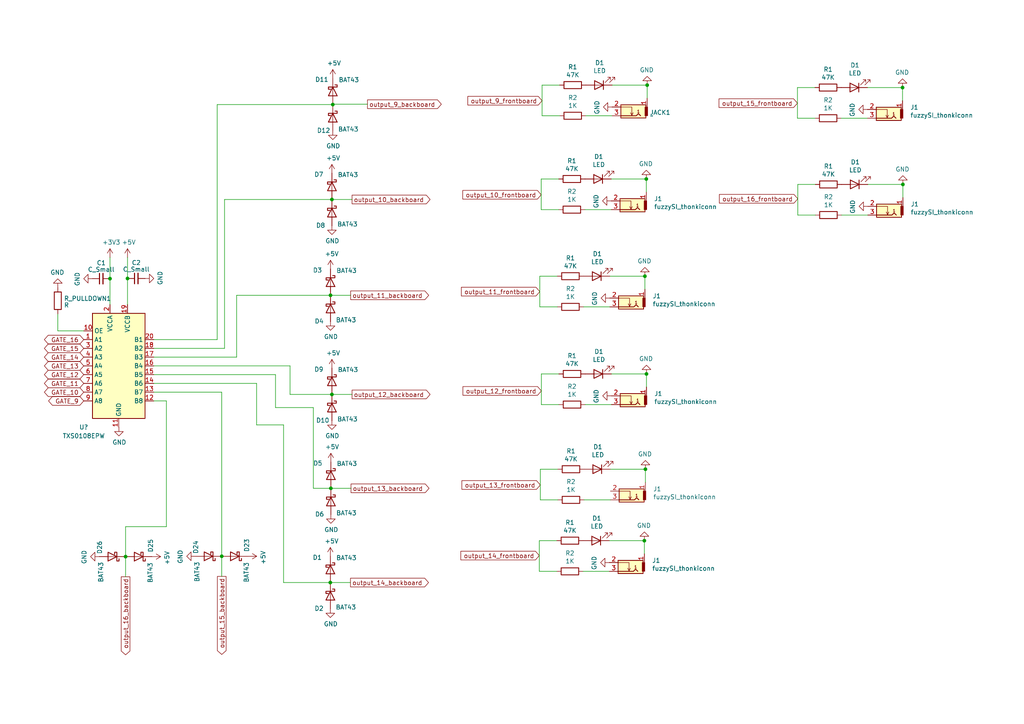
<source format=kicad_sch>
(kicad_sch (version 20230121) (generator eeschema)
  (paper "A4")
  (lib_symbols
    (symbol "Device:C_Small" (pin_numbers hide) (pin_names (offset 0.254) hide)
      (property "Reference" "C" (at 0.254 1.778 0))
      (property "Value" "C_Small" (at 0.254 -2.032 0))
      (symbol "C_Small_0_1"
        (polyline (pts (xy -1.524 -0.508) (xy 1.524 -0.508)) (stroke (width 0.3302)))
        (polyline (pts (xy -1.524 0.508) (xy 1.524 0.508)) (stroke (width 0.3048)))
      )
      (symbol "C_Small_1_1"
        (pin passive line (at 0 2.54 270) (length 2.032) (name "~") (number "1"))
        (pin passive line (at 0 -2.54 90) (length 2.032) (name "~") (number "2"))
      )
    )
    (symbol "Device:LED" (pin_numbers hide) (pin_names (offset 1.016) hide)
      (property "Reference" "D" (at 0 2.54 0))
      (property "Value" "LED" (at 0 -2.54 0))
      (symbol "LED_0_1"
        (polyline (pts (xy -1.27 -1.27) (xy -1.27 1.27)) (stroke (width 0.254)))
        (polyline (pts (xy -1.27 0) (xy 1.27 0)))
        (polyline (pts (xy 1.27 -1.27) (xy 1.27 1.27) (xy -1.27 0) (xy 1.27 -1.27)) (stroke (width 0.254)))
        (polyline (pts (xy -3.048 -0.762) (xy -4.572 -2.286) (xy -3.81 -2.286) (xy -4.572 -2.286) (xy -4.572 -1.524)))
        (polyline (pts (xy -1.778 -0.762) (xy -3.302 -2.286) (xy -2.54 -2.286) (xy -3.302 -2.286) (xy -3.302 -1.524)))
      )
      (symbol "LED_1_1"
        (pin passive line (at -3.81 0 0) (length 2.54) (name "K") (number "1"))
        (pin passive line (at 3.81 0 180) (length 2.54) (name "A") (number "2"))
      )
    )
    (symbol "Device:R" (pin_numbers hide) (pin_names (offset 0))
      (property "Reference" "R" (at 2.032 0 90))
      (property "Value" "R" (at 0 0 90))
      (symbol "R_0_1"
        (rectangle (start -1.016 -2.54) (end 1.016 2.54) (stroke (width 0.254)))
      )
      (symbol "R_1_1"
        (pin passive line (at 0 3.81 270) (length 1.27) (name "~") (number "1"))
        (pin passive line (at 0 -3.81 90) (length 1.27) (name "~") (number "2"))
      )
    )
    (symbol "Diode:BAT85" (pin_numbers hide) (pin_names (offset 1.016) hide)
      (property "Reference" "D" (at 0 2.54 0))
      (property "Value" "BAT85" (at 0 -2.54 0))
      (symbol "BAT85_0_1"
        (polyline (pts (xy 1.27 0) (xy -1.27 0)))
        (polyline (pts (xy 1.27 1.27) (xy 1.27 -1.27) (xy -1.27 0) (xy 1.27 1.27)) (stroke (width 0.254)))
        (polyline (pts (xy -1.905 0.635) (xy -1.905 1.27) (xy -1.27 1.27) (xy -1.27 -1.27) (xy -0.635 -1.27) (xy -0.635 -0.635)) (stroke (width 0.254)))
      )
      (symbol "BAT85_1_1"
        (pin passive line (at -3.81 0 0) (length 2.54) (name "K") (number "1"))
        (pin passive line (at 3.81 0 180) (length 2.54) (name "A") (number "2"))
      )
    )
    (symbol "Logic_LevelTranslator:TXS0108EPW"
      (property "Reference" "U" (at -6.35 16.51 0))
      (property "Value" "TXS0108EPW" (at 3.81 16.51 0))
      (symbol "TXS0108EPW_0_1"
        (rectangle (start -7.62 15.24) (end 7.62 -15.24) (stroke (width 0.254)) (fill (type background)))
      )
      (symbol "TXS0108EPW_1_1"
        (pin bidirectional line (at -10.16 7.62 0) (length 2.54) (name "A1") (number "1"))
        (pin input line (at -10.16 10.16 0) (length 2.54) (name "OE") (number "10"))
        (pin power_in line (at 0 -17.78 90) (length 2.54) (name "GND") (number "11"))
        (pin bidirectional line (at 10.16 -10.16 180) (length 2.54) (name "B8") (number "12"))
        (pin bidirectional line (at 10.16 -7.62 180) (length 2.54) (name "B7") (number "13"))
        (pin bidirectional line (at 10.16 -5.08 180) (length 2.54) (name "B6") (number "14"))
        (pin bidirectional line (at 10.16 -2.54 180) (length 2.54) (name "B5") (number "15"))
        (pin bidirectional line (at 10.16 0 180) (length 2.54) (name "B4") (number "16"))
        (pin bidirectional line (at 10.16 2.54 180) (length 2.54) (name "B3") (number "17"))
        (pin bidirectional line (at 10.16 5.08 180) (length 2.54) (name "B2") (number "18"))
        (pin power_in line (at 2.54 17.78 270) (length 2.54) (name "VCCB") (number "19"))
        (pin power_in line (at -2.54 17.78 270) (length 2.54) (name "VCCA") (number "2"))
        (pin bidirectional line (at 10.16 7.62 180) (length 2.54) (name "B1") (number "20"))
        (pin bidirectional line (at -10.16 5.08 0) (length 2.54) (name "A2") (number "3"))
        (pin bidirectional line (at -10.16 2.54 0) (length 2.54) (name "A3") (number "4"))
        (pin bidirectional line (at -10.16 0 0) (length 2.54) (name "A4") (number "5"))
        (pin bidirectional line (at -10.16 -2.54 0) (length 2.54) (name "A5") (number "6"))
        (pin bidirectional line (at -10.16 -5.08 0) (length 2.54) (name "A6") (number "7"))
        (pin bidirectional line (at -10.16 -7.62 0) (length 2.54) (name "A7") (number "8"))
        (pin bidirectional line (at -10.16 -10.16 0) (length 2.54) (name "A8") (number "9"))
      )
    )
    (symbol "power:+3V3" (power) (pin_names (offset 0))
      (property "Value" "+3V3" (at 0 3.556 0))
      (symbol "+3V3_0_1"
        (polyline (pts (xy -0.762 1.27) (xy 0 2.54)))
        (polyline (pts (xy 0 0) (xy 0 2.54)))
        (polyline (pts (xy 0 2.54) (xy 0.762 1.27)))
      )
      (symbol "+3V3_1_1"
        (pin power_in line (at 0 0 90) (length 0) hide (name "+3V3") (number "1"))
      )
    )
    (symbol "power:+5V" (power) (pin_names (offset 0))
      (property "Value" "+5V" (at 0 3.556 0))
      (symbol "+5V_0_1"
        (polyline (pts (xy -0.762 1.27) (xy 0 2.54)))
        (polyline (pts (xy 0 0) (xy 0 2.54)))
        (polyline (pts (xy 0 2.54) (xy 0.762 1.27)))
      )
      (symbol "+5V_1_1"
        (pin power_in line (at 0 0 90) (length 0) hide (name "+5V") (number "1"))
      )
    )
    (symbol "power:GND" (power) (pin_names (offset 0))
      (property "Value" "GND" (at 0 -3.81 0))
      (symbol "GND_0_1"
        (polyline (pts (xy 0 0) (xy 0 -1.27) (xy 1.27 -1.27) (xy 0 -2.54) (xy -1.27 -1.27) (xy 0 -1.27)))
      )
      (symbol "GND_1_1"
        (pin power_in line (at 0 0 270) (length 0) hide (name "GND") (number "1"))
      )
    )
    (symbol "usb_midi_clocker circuits-rescue:fuzzySI_thonkiconn-thonkiconn_jackSocket_fuzzySi" (pin_names (offset 1.016))
      (property "Reference" "J" (at -1.27 4.445 0))
      (property "Value" "thonkiconn_jackSocket_fuzzySi_fuzzySI_thonkiconn" (at 4.318 -1.778 0))
      (symbol "fuzzySI_thonkiconn-thonkiconn_jackSocket_fuzzySi_0_0"
        (text "1" (at -2.54 1.27 0) (effects (font (size 0.762 0.762))))
      )
      (symbol "fuzzySI_thonkiconn-thonkiconn_jackSocket_fuzzySi_0_1"
        (rectangle (start -4.699 3.175) (end 2.54 -0.635) (stroke (width 0.254)) (fill (type background)))
        (rectangle (start -4.445 0) (end -5.207 2.54) (fill (type outline)))
        (polyline (pts (xy -0.635 2.413) (xy -0.254 1.651)))
        (polyline (pts (xy 2.54 0) (xy -0.635 0) (xy -0.635 2.413) (xy -1.016 1.651)))
        (polyline (pts (xy 2.54 2.54) (xy -1.905 2.54) (xy -2.54 1.905) (xy -3.175 2.54)) (stroke (width 0.254)))
      )
      (symbol "fuzzySI_thonkiconn-thonkiconn_jackSocket_fuzzySi_1_1"
        (pin passive line (at -5.08 -2.54 90) (length 2.54) (name "~") (number "1"))
        (pin passive line (at 5.08 0 180) (length 2.54) (name "~") (number "2"))
        (pin passive line (at 5.08 2.54 180) (length 2.54) (name "~") (number "3"))
      )
    )
  )
  (junction (at 64.3128 161.3408))
  (junction (at 187.5028 108.458))
  (junction (at 261.874 53.4924))
  (junction (at 95.8088 168.9608))
  (junction (at 187.0456 80.1116))
  (junction (at 187.198 136.0932))
  (junction (at 96.266 114.4016))
  (junction (at 96.266 57.8612))
  (junction (at 95.9612 141.6304))
  (junction (at 186.8932 156.8196))
  (junction (at 187.452 51.9176))
  (junction (at 95.8596 85.6488))
  (junction (at 96.52 30.3276))
  (junction (at 261.7724 25.4))
  (junction (at 31.9024 80.8228))
  (junction (at 187.706 24.6888))
  (junction (at 36.4236 161.4424))
  (junction (at 36.9824 80.772))
  (wire (pts (xy 44.6024 98.5012) (xy 62.992 98.5012)))
  (wire (pts (xy 231.2924 34.29) (xy 236.3724 34.29)))
  (wire (pts (xy 31.9024 80.8228) (xy 31.9024 88.3412)))
  (wire (pts (xy 176.7332 165.7096) (xy 169.1132 165.7096)))
  (wire (pts (xy 44.6024 103.5812) (xy 68.6308 103.5812)))
  (wire (pts (xy 44.6024 116.2812) (xy 48.26 116.2812)))
  (wire (pts (xy 177.546 33.5788) (xy 169.926 33.5788)))
  (wire (pts (xy 82.2452 168.9608) (xy 82.2452 123.2408)))
  (wire (pts (xy 161.4932 156.8196) (xy 156.4132 156.8196)))
  (wire (pts (xy 186.8932 156.8196) (xy 176.7332 156.8196)))
  (wire (pts (xy 44.6024 101.0412) (xy 65.1256 101.0412)))
  (wire (pts (xy 95.8596 85.6488) (xy 101.7016 85.6488)))
  (wire (pts (xy 156.718 136.0932) (xy 156.718 144.9832)))
  (wire (pts (xy 48.26 152.7556) (xy 36.4236 152.7556)))
  (wire (pts (xy 261.874 53.4924) (xy 251.714 53.4924)))
  (wire (pts (xy 64.3128 161.3408) (xy 64.3128 167.1828)))
  (wire (pts (xy 162.1028 108.458) (xy 157.0228 108.458)))
  (wire (pts (xy 177.038 144.9832) (xy 169.418 144.9832)))
  (wire (pts (xy 176.8856 89.0016) (xy 169.2656 89.0016)))
  (wire (pts (xy 187.452 55.7276) (xy 187.452 51.9176)))
  (wire (pts (xy 261.7724 29.21) (xy 261.7724 25.4)))
  (wire (pts (xy 187.198 139.9032) (xy 187.198 136.0932)))
  (wire (pts (xy 106.5784 30.226) (xy 96.52 30.226)))
  (wire (pts (xy 65.1256 57.8612) (xy 96.266 57.8612)))
  (wire (pts (xy 44.6024 108.6612) (xy 79.9084 108.6612)))
  (wire (pts (xy 96.266 114.4016) (xy 102.108 114.4016)))
  (wire (pts (xy 156.5656 89.0016) (xy 161.6456 89.0016)))
  (wire (pts (xy 96.266 57.8612) (xy 102.108 57.8612)))
  (wire (pts (xy 157.0228 108.458) (xy 157.0228 117.348)))
  (wire (pts (xy 90.8812 141.6304) (xy 90.8812 118.2116)))
  (wire (pts (xy 44.6024 111.2012) (xy 74.422 111.2012)))
  (wire (pts (xy 177.3428 117.348) (xy 169.7228 117.348)))
  (wire (pts (xy 157.0228 117.348) (xy 162.1028 117.348)))
  (wire (pts (xy 231.394 62.3824) (xy 236.474 62.3824)))
  (wire (pts (xy 236.474 53.4924) (xy 231.394 53.4924)))
  (wire (pts (xy 16.764 95.9612) (xy 24.2824 95.9612)))
  (wire (pts (xy 84.1248 114.4016) (xy 96.266 114.4016)))
  (wire (pts (xy 186.8932 160.6296) (xy 186.8932 156.8196)))
  (wire (pts (xy 162.052 51.9176) (xy 156.972 51.9176)))
  (wire (pts (xy 44.6024 113.7412) (xy 64.3128 113.7412)))
  (wire (pts (xy 161.798 136.0932) (xy 156.718 136.0932)))
  (wire (pts (xy 187.198 136.0932) (xy 177.038 136.0932)))
  (wire (pts (xy 36.9824 80.772) (xy 36.9824 88.3412)))
  (wire (pts (xy 156.4132 156.8196) (xy 156.4132 165.7096)))
  (wire (pts (xy 82.2452 168.9608) (xy 95.8088 168.9608)))
  (wire (pts (xy 161.6456 80.1116) (xy 156.5656 80.1116)))
  (wire (pts (xy 231.394 53.4924) (xy 231.394 62.3824)))
  (wire (pts (xy 84.1248 114.4016) (xy 84.1248 106.1212)))
  (wire (pts (xy 68.6308 103.5812) (xy 68.6308 85.6488)))
  (wire (pts (xy 156.4132 165.7096) (xy 161.4932 165.7096)))
  (wire (pts (xy 62.992 30.3276) (xy 96.52 30.3276)))
  (wire (pts (xy 74.422 123.2408) (xy 74.422 111.2012)))
  (wire (pts (xy 187.706 24.6888) (xy 177.546 24.6888)))
  (wire (pts (xy 90.8812 141.6304) (xy 95.9612 141.6304)))
  (wire (pts (xy 79.9084 118.2116) (xy 79.9084 108.6612)))
  (wire (pts (xy 157.226 33.5788) (xy 162.306 33.5788)))
  (wire (pts (xy 177.292 60.8076) (xy 169.672 60.8076)))
  (wire (pts (xy 187.706 28.4988) (xy 187.706 24.6888)))
  (wire (pts (xy 251.6124 34.29) (xy 243.9924 34.29)))
  (wire (pts (xy 36.4236 161.4424) (xy 36.4236 167.2844)))
  (wire (pts (xy 187.452 51.9176) (xy 177.292 51.9176)))
  (wire (pts (xy 156.972 51.9176) (xy 156.972 60.8076)))
  (wire (pts (xy 231.2924 25.4) (xy 231.2924 34.29)))
  (wire (pts (xy 187.5028 112.268) (xy 187.5028 108.458)))
  (wire (pts (xy 187.0456 83.9216) (xy 187.0456 80.1116)))
  (wire (pts (xy 96.52 30.226) (xy 96.52 30.3276)))
  (wire (pts (xy 62.992 98.5012) (xy 62.992 30.3276)))
  (wire (pts (xy 90.8812 118.2116) (xy 79.9084 118.2116)))
  (wire (pts (xy 48.26 116.2812) (xy 48.26 152.7556)))
  (wire (pts (xy 156.5656 80.1116) (xy 156.5656 89.0016)))
  (wire (pts (xy 44.6024 106.1212) (xy 84.1248 106.1212)))
  (wire (pts (xy 95.9612 141.6304) (xy 101.8032 141.6304)))
  (wire (pts (xy 236.3724 25.4) (xy 231.2924 25.4)))
  (wire (pts (xy 36.4236 152.7556) (xy 36.4236 161.4424)))
  (wire (pts (xy 31.9024 74.676) (xy 31.9024 80.8228)))
  (wire (pts (xy 157.226 24.6888) (xy 157.226 33.5788)))
  (wire (pts (xy 68.6308 85.6488) (xy 95.8596 85.6488)))
  (wire (pts (xy 95.8088 168.9608) (xy 101.6508 168.9608)))
  (wire (pts (xy 36.9824 74.676) (xy 36.9824 80.772)))
  (wire (pts (xy 261.874 57.3024) (xy 261.874 53.4924)))
  (wire (pts (xy 16.764 91.0336) (xy 16.764 95.9612)))
  (wire (pts (xy 187.5028 108.458) (xy 177.3428 108.458)))
  (wire (pts (xy 82.2452 123.2408) (xy 74.422 123.2408)))
  (wire (pts (xy 156.718 144.9832) (xy 161.798 144.9832)))
  (wire (pts (xy 65.1256 57.8612) (xy 65.1256 101.0412)))
  (wire (pts (xy 251.714 62.3824) (xy 244.094 62.3824)))
  (wire (pts (xy 261.7724 25.4) (xy 251.6124 25.4)))
  (wire (pts (xy 64.3128 113.7412) (xy 64.3128 161.3408)))
  (wire (pts (xy 156.972 60.8076) (xy 162.052 60.8076)))
  (wire (pts (xy 162.306 24.6888) (xy 157.226 24.6888)))
  (wire (pts (xy 187.0456 80.1116) (xy 176.8856 80.1116)))
  (global_label "output_11_frontboard" (shape input) (at 156.5656 84.582 180) (property "Intersheetrefs" "${INTERSHEET_REFS}" (effects hide)))
  (global_label "GATE_11" (shape tri_state) (at 24.2824 111.2012 180) (property "Intersheetrefs" "${INTERSHEET_REFS}" (effects hide)))
  (global_label "output_9_backboard" (shape output) (at 106.5784 30.226 0) (property "Intersheetrefs" "${INTERSHEET_REFS}" (effects hide)))
  (global_label "output_13_backboard" (shape output) (at 101.8032 141.6304 0) (property "Intersheetrefs" "${INTERSHEET_REFS}" (effects hide)))
  (global_label "output_12_frontboard" (shape input) (at 157.0228 113.3856 180) (property "Intersheetrefs" "${INTERSHEET_REFS}" (effects hide)))
  (global_label "output_16_backboard" (shape output) (at 36.4236 167.2844 270) (property "Intersheetrefs" "${INTERSHEET_REFS}" (effects hide)))
  (global_label "output_10_frontboard" (shape input) (at 156.972 56.4896 180) (property "Intersheetrefs" "${INTERSHEET_REFS}" (effects hide)))
  (global_label "output_9_frontboard" (shape input) (at 157.226 29.21 180) (property "Intersheetrefs" "${INTERSHEET_REFS}" (effects hide)))
  (global_label "output_12_backboard" (shape output) (at 102.108 114.4016 0) (property "Intersheetrefs" "${INTERSHEET_REFS}" (effects hide)))
  (global_label "output_14_backboard" (shape output) (at 101.6508 168.9608 0) (property "Intersheetrefs" "${INTERSHEET_REFS}" (effects hide)))
  (global_label "output_15_backboard" (shape output) (at 64.3128 167.1828 270) (property "Intersheetrefs" "${INTERSHEET_REFS}" (effects hide)))
  (global_label "GATE_15" (shape tri_state) (at 24.2824 101.0412 180) (property "Intersheetrefs" "${INTERSHEET_REFS}" (effects hide)))
  (global_label "output_14_frontboard" (shape input) (at 156.4132 161.1376 180) (property "Intersheetrefs" "${INTERSHEET_REFS}" (effects hide)))
  (global_label "GATE_14" (shape tri_state) (at 24.2824 103.5812 180) (property "Intersheetrefs" "${INTERSHEET_REFS}" (effects hide)))
  (global_label "GATE_12" (shape tri_state) (at 24.2824 108.6612 180) (property "Intersheetrefs" "${INTERSHEET_REFS}" (effects hide)))
  (global_label "output_16_frontboard" (shape input) (at 231.394 57.658 180) (property "Intersheetrefs" "${INTERSHEET_REFS}" (effects hide)))
  (global_label "GATE_10" (shape tri_state) (at 24.2824 113.7412 180) (property "Intersheetrefs" "${INTERSHEET_REFS}" (effects hide)))
  (global_label "GATE_13" (shape tri_state) (at 24.2824 106.1212 180) (property "Intersheetrefs" "${INTERSHEET_REFS}" (effects hide)))
  (global_label "output_15_frontboard" (shape input) (at 231.2924 29.9212 180) (property "Intersheetrefs" "${INTERSHEET_REFS}" (effects hide)))
  (global_label "GATE_16" (shape tri_state) (at 24.2824 98.5012 180) (property "Intersheetrefs" "${INTERSHEET_REFS}" (effects hide)))
  (global_label "output_11_backboard" (shape output) (at 101.7016 85.6488 0) (property "Intersheetrefs" "${INTERSHEET_REFS}" (effects hide)))
  (global_label "GATE_9" (shape tri_state) (at 24.2824 116.2812 180) (property "Intersheetrefs" "${INTERSHEET_REFS}" (effects hide)))
  (global_label "output_13_frontboard" (shape input) (at 156.718 140.6652 180) (property "Intersheetrefs" "${INTERSHEET_REFS}" (effects hide)))
  (global_label "output_10_backboard" (shape output) (at 102.108 57.8612 0) (property "Intersheetrefs" "${INTERSHEET_REFS}" (effects hide)))
  (symbol (lib_id "Device:R") (at 165.3032 165.7096 270) (unit 1)
    (property "Reference" "R2" (at 165.3032 160.4518 90))
    (property "Value" "1K" (at 165.3032 162.7632 90))
    (property "Footprint" "Resistor_SMD:R_0805_2012Metric" (effects hide))
    (instances (project "usb_midi_clocker circuits" (path "" (reference "R2") (unit 1)) (path "" (reference "R12") (unit 1))) (project "expander_gate_output" (path "" (reference "R12") (unit 1)) (path "" (reference "R2") (unit 1)) (path "" (reference "R18") (unit 1))))
  )
  (symbol (lib_id "power:GND") (at 34.4932 123.9012 0) (unit 1)
    (property "Reference" "#PWR?" (effects hide))
    (property "Value" "GND" (at 34.6202 128.2954 0))
    (instances (project "usb_midi_clocker circuits" (path "" (reference "#PWR?") (unit 1)) (path "" (reference "#PWR027") (unit 1))) (project "expander_gate_output" (path "" (reference "#PWR010") (unit 1)) (path "" (reference "#PWR010") (unit 1)) (path "" (reference "#PWR045") (unit 1))))
  )
  (symbol (lib_id "Diode:BAT85") (at 95.8088 172.7708 270) (unit 1)
    (property "Reference" "D2" (at 91.186 176.4792 90) (effects (justify left)))
    (property "Value" "BAT43" (at 97.3328 176.1236 90) (effects (justify left)))
    (property "Footprint" "Diode_SMD:D_0805_2012Metric" (effects hide))
    (instances (project "expander_gate_output" (path "" (reference "D2") (unit 1)) (path "" (reference "D2") (unit 1)) (path "" (reference "D30") (unit 1))))
  )
  (symbol (lib_id "Diode:BAT85") (at 96.266 110.5916 270) (unit 1)
    (property "Reference" "D9" (at 91.1352 107.1372 90) (effects (justify left)))
    (property "Value" "BAT43" (at 97.9424 107.2388 90) (effects (justify left)))
    (property "Footprint" "Diode_SMD:D_0805_2012Metric" (effects hide))
    (instances (project "expander_gate_output" (path "" (reference "D9") (unit 1)) (path "" (reference "D9") (unit 1)) (path "" (reference "D37") (unit 1))))
  )
  (symbol (lib_id "power:+5V") (at 96.266 106.7816 0) (unit 1)
    (property "Reference" "#PWR?" (effects hide))
    (property "Value" "+5V" (at 96.647 102.3874 0))
    (instances (project "usb_midi_clocker circuits" (path "" (reference "#PWR?") (unit 1)) (path "" (reference "#PWR040") (unit 1))) (project "expander_gate_output" (path "" (reference "#PWR031") (unit 1)) (path "" (reference "#PWR031") (unit 1)) (path "" (reference "#PWR059") (unit 1))))
  )
  (symbol (lib_id "Device:R") (at 240.1824 34.29 270) (unit 1)
    (property "Reference" "R2" (at 240.1824 29.0322 90))
    (property "Value" "1K" (at 240.1824 31.3436 90))
    (property "Footprint" "Resistor_SMD:R_0805_2012Metric" (effects hide))
    (instances (project "usb_midi_clocker circuits" (path "" (reference "R2") (unit 1)) (path "" (reference "R14") (unit 1))) (project "expander_gate_output" (path "" (reference "R14") (unit 1)) (path "" (reference "R14") (unit 1)) (path "" (reference "R30") (unit 1))))
  )
  (symbol (lib_id "power:GND") (at 96.266 65.4812 0) (unit 1)
    (property "Reference" "#PWR0101" (effects hide))
    (property "Value" "GND" (at 96.393 69.8754 0))
    (instances (project "usb_midi_clocker circuits" (path "" (reference "#PWR0101") (unit 1)) (path "" (reference "#PWR016") (unit 1))) (project "expander_gate_output" (path "" (reference "#PWR014") (unit 1)) (path "" (reference "#PWR014") (unit 1)) (path "" (reference "#PWR058") (unit 1))))
  )
  (symbol (lib_id "power:GND") (at 186.8932 156.8196 180) (unit 1)
    (property "Reference" "#PWR0101" (effects hide))
    (property "Value" "GND" (at 186.7662 152.4254 0))
    (instances (project "usb_midi_clocker circuits" (path "" (reference "#PWR0101") (unit 1)) (path "" (reference "#PWR034") (unit 1))) (project "expander_gate_output" (path "" (reference "#PWR012") (unit 1)) (path "" (reference "#PWR038") (unit 1)) (path "" (reference "#PWR077") (unit 1))))
  )
  (symbol (lib_id "Diode:BAT85") (at 95.8088 165.1508 270) (unit 1)
    (property "Reference" "D1" (at 90.678 161.6964 90) (effects (justify left)))
    (property "Value" "BAT43" (at 97.4852 161.798 90) (effects (justify left)))
    (property "Footprint" "Diode_SMD:D_0805_2012Metric" (effects hide))
    (instances (project "expander_gate_output" (path "" (reference "D1") (unit 1)) (path "" (reference "D1") (unit 1)) (path "" (reference "D29") (unit 1))))
  )
  (symbol (lib_id "power:+5V") (at 96.266 50.2412 0) (unit 1)
    (property "Reference" "#PWR?" (effects hide))
    (property "Value" "+5V" (at 96.647 45.847 0))
    (instances (project "usb_midi_clocker circuits" (path "" (reference "#PWR?") (unit 1)) (path "" (reference "#PWR040") (unit 1))) (project "expander_gate_output" (path "" (reference "#PWR013") (unit 1)) (path "" (reference "#PWR013") (unit 1)) (path "" (reference "#PWR057") (unit 1))))
  )
  (symbol (lib_id "Device:R") (at 165.3032 156.8196 270) (unit 1)
    (property "Reference" "R1" (at 165.3032 151.5618 90))
    (property "Value" "47K" (at 165.3032 153.8732 90))
    (property "Footprint" "Resistor_SMD:R_0805_2012Metric" (effects hide))
    (instances (project "usb_midi_clocker circuits" (path "" (reference "R1") (unit 1)) (path "" (reference "R11") (unit 1))) (project "expander_gate_output" (path "" (reference "R11") (unit 1)) (path "" (reference "R1") (unit 1)) (path "" (reference "R17") (unit 1))))
  )
  (symbol (lib_id "power:+5V") (at 95.8596 78.0288 0) (unit 1)
    (property "Reference" "#PWR?" (effects hide))
    (property "Value" "+5V" (at 96.2406 73.6346 0))
    (instances (project "usb_midi_clocker circuits" (path "" (reference "#PWR?") (unit 1)) (path "" (reference "#PWR040") (unit 1))) (project "expander_gate_output" (path "" (reference "#PWR06") (unit 1)) (path "" (reference "#PWR06") (unit 1)) (path "" (reference "#PWR053") (unit 1))))
  )
  (symbol (lib_id "Logic_LevelTranslator:TXS0108EPW") (at 34.4424 106.1212 0) (unit 1)
    (property "Reference" "U?" (at 24.2824 123.9012 0))
    (property "Value" "TXS0108EPW" (at 24.2824 126.4412 0))
    (property "Footprint" "Package_SO:TSSOP-20_4.4x6.5mm_P0.65mm" (effects hide))
    (property "Datasheet" "www.ti.com/lit/ds/symlink/txs0108e.pdf" (effects hide))
    (instances (project "usb_midi_clocker circuits" (path "" (reference "U?") (unit 1)) (path "" (reference "U3") (unit 1))) (project "expander_gate_output" (path "" (reference "U1") (unit 1)) (path "" (reference "U1") (unit 1)) (path "" (reference "U2") (unit 1))))
  )
  (symbol (lib_id "Device:LED") (at 173.228 136.0932 180) (unit 1)
    (property "Reference" "D1" (at 173.4058 129.6162 0))
    (property "Value" "LED" (at 173.4058 131.9276 0))
    (property "Footprint" "LED_THT:LED_D3.0mm" (effects hide))
    (instances (project "usb_midi_clocker circuits" (path "" (reference "D1") (unit 1)) (path "" (reference "D5") (unit 1))) (project "expander_gate_output" (path "" (reference "D5") (unit 1)) (path "" (reference "D19") (unit 1)) (path "" (reference "D43") (unit 1))))
  )
  (symbol (lib_id "power:GND") (at 187.0456 80.1116 180) (unit 1)
    (property "Reference" "#PWR0101" (effects hide))
    (property "Value" "GND" (at 186.9186 75.7174 0))
    (instances (project "usb_midi_clocker circuits" (path "" (reference "#PWR0101") (unit 1)) (path "" (reference "#PWR023") (unit 1))) (project "expander_gate_output" (path "" (reference "#PWR06") (unit 1)) (path "" (reference "#PWR039") (unit 1)) (path "" (reference "#PWR078") (unit 1))))
  )
  (symbol (lib_id "Diode:BAT85") (at 40.2336 161.4424 180) (unit 1)
    (property "Reference" "D25" (at 43.688 156.3116 90) (effects (justify left)))
    (property "Value" "BAT43" (at 43.5864 163.1188 90) (effects (justify left)))
    (property "Footprint" "Diode_SMD:D_0805_2012Metric" (effects hide))
    (instances (project "expander_gate_output" (path "" (reference "D25") (unit 1)) (path "" (reference "D15") (unit 1)) (path "" (reference "D26") (unit 1))))
  )
  (symbol (lib_id "power:GND") (at 251.714 59.8424 270) (unit 1)
    (property "Reference" "#PWR0101" (effects hide))
    (property "Value" "GND" (at 247.3198 59.9694 0))
    (instances (project "usb_midi_clocker circuits" (path "" (reference "#PWR0101") (unit 1)) (path "" (reference "#PWR016") (unit 1))) (project "expander_gate_output" (path "" (reference "#PWR04") (unit 1)) (path "" (reference "#PWR071") (unit 1)) (path "" (reference "#PWR093") (unit 1))))
  )
  (symbol (lib_id "Device:R") (at 240.1824 25.4 270) (unit 1)
    (property "Reference" "R1" (at 240.1824 20.1422 90))
    (property "Value" "47K" (at 240.1824 22.4536 90))
    (property "Footprint" "Resistor_SMD:R_0805_2012Metric" (effects hide))
    (instances (project "usb_midi_clocker circuits" (path "" (reference "R1") (unit 1)) (path "" (reference "R13") (unit 1))) (project "expander_gate_output" (path "" (reference "R13") (unit 1)) (path "" (reference "R13") (unit 1)) (path "" (reference "R29") (unit 1))))
  )
  (symbol (lib_id "power:+5V") (at 95.9612 134.0104 0) (unit 1)
    (property "Reference" "#PWR?" (effects hide))
    (property "Value" "+5V" (at 96.3422 129.6162 0))
    (instances (project "usb_midi_clocker circuits" (path "" (reference "#PWR?") (unit 1)) (path "" (reference "#PWR040") (unit 1))) (project "expander_gate_output" (path "" (reference "#PWR011") (unit 1)) (path "" (reference "#PWR011") (unit 1)) (path "" (reference "#PWR055") (unit 1))))
  )
  (symbol (lib_id "power:GND") (at 177.3428 114.808 270) (unit 1)
    (property "Reference" "#PWR0101" (effects hide))
    (property "Value" "GND" (at 172.9486 114.935 0))
    (instances (project "usb_midi_clocker circuits" (path "" (reference "#PWR0101") (unit 1)) (path "" (reference "#PWR016") (unit 1))) (project "expander_gate_output" (path "" (reference "#PWR04") (unit 1)) (path "" (reference "#PWR026") (unit 1)) (path "" (reference "#PWR075") (unit 1))))
  )
  (symbol (lib_id "Device:R") (at 165.9128 108.458 270) (unit 1)
    (property "Reference" "R1" (at 165.9128 103.2002 90))
    (property "Value" "47K" (at 165.9128 105.5116 90))
    (property "Footprint" "Resistor_SMD:R_0805_2012Metric" (effects hide))
    (instances (project "usb_midi_clocker circuits" (path "" (reference "R1") (unit 1)) (path "" (reference "R7") (unit 1))) (project "expander_gate_output" (path "" (reference "R7") (unit 1)) (path "" (reference "R9") (unit 1)) (path "" (reference "R25") (unit 1))))
  )
  (symbol (lib_id "usb_midi_clocker circuits-rescue:fuzzySI_thonkiconn-thonkiconn_jackSocket_fuzzySi") (at 182.118 142.4432 180) (unit 1)
    (property "Reference" "J1" (at 189.4332 141.8336 0) (effects (justify right)))
    (property "Value" "fuzzySI_thonkiconn" (at 189.4332 144.145 0) (effects (justify right)))
    (property "Footprint" "doctea:Thonkiconn Renumbered" (effects hide))
    (instances (project "usb_midi_clocker circuits" (path "" (reference "J1") (unit 1)) (path "" (reference "JACK5") (unit 1))) (project "expander_gate_output" (path "" (reference "JACK5") (unit 1)) (path "" (reference "J8") (unit 1)) (path "" (reference "JACK11") (unit 1))))
  )
  (symbol (lib_id "Diode:BAT85") (at 95.8596 89.4588 270) (unit 1)
    (property "Reference" "D4" (at 91.2368 93.1672 90) (effects (justify left)))
    (property "Value" "BAT43" (at 97.3836 92.8116 90) (effects (justify left)))
    (property "Footprint" "Diode_SMD:D_0805_2012Metric" (effects hide))
    (instances (project "expander_gate_output" (path "" (reference "D4") (unit 1)) (path "" (reference "D4") (unit 1)) (path "" (reference "D32") (unit 1))))
  )
  (symbol (lib_id "power:GND") (at 95.8596 93.2688 0) (unit 1)
    (property "Reference" "#PWR0101" (effects hide))
    (property "Value" "GND" (at 95.9866 97.663 0))
    (instances (project "usb_midi_clocker circuits" (path "" (reference "#PWR0101") (unit 1)) (path "" (reference "#PWR016") (unit 1))) (project "expander_gate_output" (path "" (reference "#PWR07") (unit 1)) (path "" (reference "#PWR07") (unit 1)) (path "" (reference "#PWR054") (unit 1))))
  )
  (symbol (lib_id "power:GND") (at 176.8856 86.4616 270) (unit 1)
    (property "Reference" "#PWR0101" (effects hide))
    (property "Value" "GND" (at 172.4914 86.5886 0))
    (instances (project "usb_midi_clocker circuits" (path "" (reference "#PWR0101") (unit 1)) (path "" (reference "#PWR016") (unit 1))) (project "expander_gate_output" (path "" (reference "#PWR04") (unit 1)) (path "" (reference "#PWR024") (unit 1)) (path "" (reference "#PWR064") (unit 1))))
  )
  (symbol (lib_id "Diode:BAT85") (at 95.8596 81.8388 270) (unit 1)
    (property "Reference" "D3" (at 90.7288 78.3844 90) (effects (justify left)))
    (property "Value" "BAT43" (at 97.536 78.486 90) (effects (justify left)))
    (property "Footprint" "Diode_SMD:D_0805_2012Metric" (effects hide))
    (instances (project "expander_gate_output" (path "" (reference "D3") (unit 1)) (path "" (reference "D3") (unit 1)) (path "" (reference "D31") (unit 1))))
  )
  (symbol (lib_id "power:GND") (at 16.764 83.4136 180) (unit 1)
    (property "Reference" "#PWR?" (effects hide))
    (property "Value" "GND" (at 16.637 79.0194 0))
    (instances (project "usb_midi_clocker circuits" (path "" (reference "#PWR?") (unit 1)) (path "" (reference "#PWR027") (unit 1))) (project "expander_gate_output" (path "" (reference "#PWR03") (unit 1)) (path "" (reference "#PWR03") (unit 1)) (path "" (reference "#PWR041") (unit 1))))
  )
  (symbol (lib_id "Device:R") (at 240.284 62.3824 270) (unit 1)
    (property "Reference" "R2" (at 240.284 57.1246 90))
    (property "Value" "1K" (at 240.284 59.436 90))
    (property "Footprint" "Resistor_SMD:R_0805_2012Metric" (effects hide))
    (instances (project "usb_midi_clocker circuits" (path "" (reference "R2") (unit 1)) (path "" (reference "R16") (unit 1))) (project "expander_gate_output" (path "" (reference "R16") (unit 1)) (path "" (reference "R16") (unit 1)) (path "" (reference "R32") (unit 1))))
  )
  (symbol (lib_id "power:GND") (at 56.6928 161.3408 270) (unit 1)
    (property "Reference" "#PWR0101" (effects hide))
    (property "Value" "GND" (at 52.2986 161.4678 0))
    (instances (project "usb_midi_clocker circuits" (path "" (reference "#PWR0101") (unit 1)) (path "" (reference "#PWR016") (unit 1))) (project "expander_gate_output" (path "" (reference "#PWR038") (unit 1)) (path "" (reference "#PWR030") (unit 1)) (path "" (reference "#PWR049") (unit 1))))
  )
  (symbol (lib_id "Device:C_Small") (at 39.5224 80.772 90) (unit 1)
    (property "Reference" "C2" (at 39.5287 76.2 90))
    (property "Value" "C_Small" (at 39.5287 78.121 90))
    (property "Footprint" "Capacitor_SMD:C_0805_2012Metric" (effects hide))
    (instances (project "expander_gate_output" (path "" (reference "C2") (unit 1)) (path "" (reference "C2") (unit 1)) (path "" (reference "C7") (unit 1))))
  )
  (symbol (lib_id "Device:C_Small") (at 29.3624 80.8228 90) (unit 1)
    (property "Reference" "C1" (at 29.3687 76.2508 90))
    (property "Value" "C_Small" (at 29.3687 78.1718 90))
    (property "Footprint" "Capacitor_SMD:C_0805_2012Metric" (effects hide))
    (instances (project "expander_gate_output" (path "" (reference "C1") (unit 1)) (path "" (reference "C1") (unit 1)) (path "" (reference "C6") (unit 1))))
  )
  (symbol (lib_id "Diode:BAT85") (at 32.6136 161.4424 180) (unit 1)
    (property "Reference" "D26" (at 28.9052 156.8196 90) (effects (justify left)))
    (property "Value" "BAT43" (at 29.2608 162.9664 90) (effects (justify left)))
    (property "Footprint" "Diode_SMD:D_0805_2012Metric" (effects hide))
    (instances (project "expander_gate_output" (path "" (reference "D26") (unit 1)) (path "" (reference "D16") (unit 1)) (path "" (reference "D25") (unit 1))))
  )
  (symbol (lib_id "Device:R") (at 166.116 24.6888 270) (unit 1)
    (property "Reference" "R1" (at 166.116 19.431 90))
    (property "Value" "47K" (at 166.116 21.7424 90))
    (property "Footprint" "Resistor_SMD:R_0805_2012Metric" (effects hide))
    (instances (project "usb_midi_clocker circuits" (path "" (reference "R1") (unit 1)) (path "" (reference "R1") (unit 1))) (project "expander_gate_output" (path "" (reference "R1") (unit 1)) (path "" (reference "R11") (unit 1)) (path "" (reference "R27") (unit 1))))
  )
  (symbol (lib_id "Device:LED") (at 247.8024 25.4 180) (unit 1)
    (property "Reference" "D1" (at 247.9802 18.923 0))
    (property "Value" "LED" (at 247.9802 21.2344 0))
    (property "Footprint" "LED_THT:LED_D3.0mm" (effects hide))
    (instances (project "usb_midi_clocker circuits" (path "" (reference "D1") (unit 1)) (path "" (reference "D7") (unit 1))) (project "expander_gate_output" (path "" (reference "D7") (unit 1)) (path "" (reference "D23") (unit 1)) (path "" (reference "D47") (unit 1))))
  )
  (symbol (lib_id "Device:R") (at 165.4556 80.1116 270) (unit 1)
    (property "Reference" "R1" (at 165.4556 74.8538 90))
    (property "Value" "47K" (at 165.4556 77.1652 90))
    (property "Footprint" "Resistor_SMD:R_0805_2012Metric" (effects hide))
    (instances (project "usb_midi_clocker circuits" (path "" (reference "R1") (unit 1)) (path "" (reference "R5") (unit 1))) (project "expander_gate_output" (path "" (reference "R5") (unit 1)) (path "" (reference "R3") (unit 1)) (path "" (reference "R19") (unit 1))))
  )
  (symbol (lib_id "power:GND") (at 187.198 136.0932 180) (unit 1)
    (property "Reference" "#PWR0101" (effects hide))
    (property "Value" "GND" (at 187.071 131.699 0))
    (instances (project "usb_midi_clocker circuits" (path "" (reference "#PWR0101") (unit 1)) (path "" (reference "#PWR033") (unit 1))) (project "expander_gate_output" (path "" (reference "#PWR011") (unit 1)) (path "" (reference "#PWR040") (unit 1)) (path "" (reference "#PWR079") (unit 1))))
  )
  (symbol (lib_id "power:+5V") (at 44.0436 161.4424 270) (unit 1)
    (property "Reference" "#PWR?" (effects hide))
    (property "Value" "+5V" (at 48.4378 161.8234 0))
    (instances (project "usb_midi_clocker circuits" (path "" (reference "#PWR?") (unit 1)) (path "" (reference "#PWR040") (unit 1))) (project "expander_gate_output" (path "" (reference "#PWR039") (unit 1)) (path "" (reference "#PWR033") (unit 1)) (path "" (reference "#PWR048") (unit 1))))
  )
  (symbol (lib_id "usb_midi_clocker circuits-rescue:fuzzySI_thonkiconn-thonkiconn_jackSocket_fuzzySi") (at 181.8132 163.1696 180) (unit 1)
    (property "Reference" "J1" (at 189.1284 162.56 0) (effects (justify right)))
    (property "Value" "fuzzySI_thonkiconn" (at 189.1284 164.8714 0) (effects (justify right)))
    (property "Footprint" "doctea:Thonkiconn Renumbered" (effects hide))
    (instances (project "usb_midi_clocker circuits" (path "" (reference "J1") (unit 1)) (path "" (reference "JACK6") (unit 1))) (project "expander_gate_output" (path "" (reference "JACK6") (unit 1)) (path "" (reference "J5") (unit 1)) (path "" (reference "JACK9") (unit 1))))
  )
  (symbol (lib_id "power:+5V") (at 71.9328 161.3408 270) (unit 1)
    (property "Reference" "#PWR?" (effects hide))
    (property "Value" "+5V" (at 76.327 161.7218 0))
    (instances (project "usb_midi_clocker circuits" (path "" (reference "#PWR?") (unit 1)) (path "" (reference "#PWR040") (unit 1))) (project "expander_gate_output" (path "" (reference "#PWR037") (unit 1)) (path "" (reference "#PWR029") (unit 1)) (path "" (reference "#PWR050") (unit 1))))
  )
  (symbol (lib_id "power:GND") (at 177.292 58.2676 270) (unit 1)
    (property "Reference" "#PWR0101" (effects hide))
    (property "Value" "GND" (at 172.8978 58.3946 0))
    (instances (project "usb_midi_clocker circuits" (path "" (reference "#PWR0101") (unit 1)) (path "" (reference "#PWR016") (unit 1))) (project "expander_gate_output" (path "" (reference "#PWR04") (unit 1)) (path "" (reference "#PWR025") (unit 1)) (path "" (reference "#PWR074") (unit 1))))
  )
  (symbol (lib_id "usb_midi_clocker circuits-rescue:fuzzySI_thonkiconn-thonkiconn_jackSocket_fuzzySi") (at 181.9656 86.4616 180) (unit 1)
    (property "Reference" "J1" (at 189.2808 85.852 0) (effects (justify right)))
    (property "Value" "fuzzySI_thonkiconn" (at 189.2808 88.1634 0) (effects (justify right)))
    (property "Footprint" "doctea:Thonkiconn Renumbered" (effects hide))
    (instances (project "usb_midi_clocker circuits" (path "" (reference "J1") (unit 1)) (path "" (reference "JACK3") (unit 1))) (project "expander_gate_output" (path "" (reference "JACK3") (unit 1)) (path "" (reference "J7") (unit 1)) (path "" (reference "JACK10") (unit 1))))
  )
  (symbol (lib_id "Device:R") (at 165.4556 89.0016 270) (unit 1)
    (property "Reference" "R2" (at 165.4556 83.7438 90))
    (property "Value" "1K" (at 165.4556 86.0552 90))
    (property "Footprint" "Resistor_SMD:R_0805_2012Metric" (effects hide))
    (instances (project "usb_midi_clocker circuits" (path "" (reference "R2") (unit 1)) (path "" (reference "R6") (unit 1))) (project "expander_gate_output" (path "" (reference "R6") (unit 1)) (path "" (reference "R4") (unit 1)) (path "" (reference "R20") (unit 1))))
  )
  (symbol (lib_id "power:+5V") (at 96.52 22.7076 0) (unit 1)
    (property "Reference" "#PWR?" (effects hide))
    (property "Value" "+5V" (at 96.901 18.3134 0))
    (instances (project "usb_midi_clocker circuits" (path "" (reference "#PWR?") (unit 1)) (path "" (reference "#PWR040") (unit 1))) (project "expander_gate_output" (path "" (reference "#PWR035") (unit 1)) (path "" (reference "#PWR035") (unit 1)) (path "" (reference "#PWR061") (unit 1))))
  )
  (symbol (lib_id "power:GND") (at 95.9612 149.2504 0) (unit 1)
    (property "Reference" "#PWR0101" (effects hide))
    (property "Value" "GND" (at 96.0882 153.6446 0))
    (instances (project "usb_midi_clocker circuits" (path "" (reference "#PWR0101") (unit 1)) (path "" (reference "#PWR016") (unit 1))) (project "expander_gate_output" (path "" (reference "#PWR012") (unit 1)) (path "" (reference "#PWR012") (unit 1)) (path "" (reference "#PWR056") (unit 1))))
  )
  (symbol (lib_id "power:+3V3") (at 31.9024 74.676 0) (unit 1)
    (property "Reference" "#PWR?" (effects hide))
    (property "Value" "+3V3" (at 32.2834 70.2818 0))
    (instances (project "usb_midi_clocker circuits" (path "" (reference "#PWR?") (unit 1)) (path "" (reference "#PWR026") (unit 1))) (project "expander_gate_output" (path "" (reference "#PWR09") (unit 1)) (path "" (reference "#PWR09") (unit 1)) (path "" (reference "#PWR044") (unit 1))))
  )
  (symbol (lib_id "power:GND") (at 261.874 53.4924 180) (unit 1)
    (property "Reference" "#PWR0101" (effects hide))
    (property "Value" "GND" (at 261.747 49.0982 0))
    (instances (project "usb_midi_clocker circuits" (path "" (reference "#PWR0101") (unit 1)) (path "" (reference "#PWR039") (unit 1))) (project "expander_gate_output" (path "" (reference "#PWR014") (unit 1)) (path "" (reference "#PWR073") (unit 1)) (path "" (reference "#PWR095") (unit 1))))
  )
  (symbol (lib_id "usb_midi_clocker circuits-rescue:fuzzySI_thonkiconn-thonkiconn_jackSocket_fuzzySi") (at 182.626 31.0388 180) (unit 1)
    (property "Reference" "JACK1" (at 188.468 32.6256 0) (effects (justify right)))
    (property "Value" "~" (at 188.468 33.5861 0) (effects (justify right)))
    (property "Footprint" "doctea:Thonkiconn Renumbered" (effects hide))
    (instances (project "usb_midi_clocker circuits" (path "" (reference "JACK1") (unit 1))) (project "expander_gate_output" (path "" (reference "JACK1") (unit 1)) (path "" (reference "JACK1") (unit 1)) (path "" (reference "JACK14") (unit 1))))
  )
  (symbol (lib_id "power:GND") (at 95.8088 176.5808 0) (unit 1)
    (property "Reference" "#PWR0101" (effects hide))
    (property "Value" "GND" (at 95.9358 180.975 0))
    (instances (project "usb_midi_clocker circuits" (path "" (reference "#PWR0101") (unit 1)) (path "" (reference "#PWR016") (unit 1))) (project "expander_gate_output" (path "" (reference "#PWR05") (unit 1)) (path "" (reference "#PWR05") (unit 1)) (path "" (reference "#PWR052") (unit 1))))
  )
  (symbol (lib_id "usb_midi_clocker circuits-rescue:fuzzySI_thonkiconn-thonkiconn_jackSocket_fuzzySi") (at 182.372 58.2676 180) (unit 1)
    (property "Reference" "J1" (at 189.6872 57.658 0) (effects (justify right)))
    (property "Value" "fuzzySI_thonkiconn" (at 189.6872 59.9694 0) (effects (justify right)))
    (property "Footprint" "doctea:Thonkiconn Renumbered" (effects hide))
    (instances (project "usb_midi_clocker circuits" (path "" (reference "J1") (unit 1)) (path "" (reference "JACK2") (unit 1))) (project "expander_gate_output" (path "" (reference "JACK2") (unit 1)) (path "" (reference "J9") (unit 1)) (path "" (reference "JACK12") (unit 1))))
  )
  (symbol (lib_id "power:GND") (at 96.266 122.0216 0) (unit 1)
    (property "Reference" "#PWR0101" (effects hide))
    (property "Value" "GND" (at 96.393 126.4158 0))
    (instances (project "usb_midi_clocker circuits" (path "" (reference "#PWR0101") (unit 1)) (path "" (reference "#PWR016") (unit 1))) (project "expander_gate_output" (path "" (reference "#PWR032") (unit 1)) (path "" (reference "#PWR032") (unit 1)) (path "" (reference "#PWR060") (unit 1))))
  )
  (symbol (lib_id "Device:LED") (at 173.482 51.9176 180) (unit 1)
    (property "Reference" "D1" (at 173.6598 45.4406 0))
    (property "Value" "LED" (at 173.6598 47.752 0))
    (property "Footprint" "LED_THT:LED_D3.0mm" (effects hide))
    (instances (project "usb_midi_clocker circuits" (path "" (reference "D1") (unit 1)) (path "" (reference "D2") (unit 1))) (project "expander_gate_output" (path "" (reference "D2") (unit 1)) (path "" (reference "D20") (unit 1)) (path "" (reference "D44") (unit 1))))
  )
  (symbol (lib_id "power:GND") (at 187.452 51.9176 180) (unit 1)
    (property "Reference" "#PWR0101" (effects hide))
    (property "Value" "GND" (at 187.325 47.5234 0))
    (instances (project "usb_midi_clocker circuits" (path "" (reference "#PWR0101") (unit 1)) (path "" (reference "#PWR022") (unit 1))) (project "expander_gate_output" (path "" (reference "#PWR05") (unit 1)) (path "" (reference "#PWR067") (unit 1)) (path "" (reference "#PWR080") (unit 1))))
  )
  (symbol (lib_id "Device:R") (at 165.862 60.8076 270) (unit 1)
    (property "Reference" "R2" (at 165.862 55.5498 90))
    (property "Value" "1K" (at 165.862 57.8612 90))
    (property "Footprint" "Resistor_SMD:R_0805_2012Metric" (effects hide))
    (instances (project "usb_midi_clocker circuits" (path "" (reference "R2") (unit 1)) (path "" (reference "R4") (unit 1))) (project "expander_gate_output" (path "" (reference "R4") (unit 1)) (path "" (reference "R8") (unit 1)) (path "" (reference "R24") (unit 1))))
  )
  (symbol (lib_id "Device:R") (at 165.608 144.9832 270) (unit 1)
    (property "Reference" "R2" (at 165.608 139.7254 90))
    (property "Value" "1K" (at 165.608 142.0368 90))
    (property "Footprint" "Resistor_SMD:R_0805_2012Metric" (effects hide))
    (instances (project "usb_midi_clocker circuits" (path "" (reference "R2") (unit 1)) (path "" (reference "R10") (unit 1))) (project "expander_gate_output" (path "" (reference "R10") (unit 1)) (path "" (reference "R6") (unit 1)) (path "" (reference "R22") (unit 1))))
  )
  (symbol (lib_id "usb_midi_clocker circuits-rescue:fuzzySI_thonkiconn-thonkiconn_jackSocket_fuzzySi") (at 256.794 59.8424 180) (unit 1)
    (property "Reference" "J1" (at 264.1092 59.2328 0) (effects (justify right)))
    (property "Value" "fuzzySI_thonkiconn" (at 264.1092 61.5442 0) (effects (justify right)))
    (property "Footprint" "doctea:Thonkiconn Renumbered" (effects hide))
    (instances (project "usb_midi_clocker circuits" (path "" (reference "J1") (unit 1)) (path "" (reference "JACK8") (unit 1))) (project "expander_gate_output" (path "" (reference "JACK8") (unit 1)) (path "" (reference "J12") (unit 1)) (path "" (reference "JACK16") (unit 1))))
  )
  (symbol (lib_id "Diode:BAT85") (at 68.1228 161.3408 180) (unit 1)
    (property "Reference" "D23" (at 71.5772 156.21 90) (effects (justify left)))
    (property "Value" "BAT43" (at 71.4756 163.0172 90) (effects (justify left)))
    (property "Footprint" "Diode_SMD:D_0805_2012Metric" (effects hide))
    (instances (project "expander_gate_output" (path "" (reference "D23") (unit 1)) (path "" (reference "D13") (unit 1)) (path "" (reference "D28") (unit 1))))
  )
  (symbol (lib_id "power:GND") (at 26.8224 80.8228 270) (unit 1)
    (property "Reference" "#PWR?" (effects hide))
    (property "Value" "GND" (at 22.4282 80.9498 0))
    (instances (project "usb_midi_clocker circuits" (path "" (reference "#PWR?") (unit 1)) (path "" (reference "#PWR027") (unit 1))) (project "expander_gate_output" (path "" (reference "#PWR016") (unit 1)) (path "" (reference "#PWR08") (unit 1)) (path "" (reference "#PWR042") (unit 1))))
  )
  (symbol (lib_id "Device:LED") (at 173.5328 108.458 180) (unit 1)
    (property "Reference" "D1" (at 173.7106 101.981 0))
    (property "Value" "LED" (at 173.7106 104.2924 0))
    (property "Footprint" "LED_THT:LED_D3.0mm" (effects hide))
    (instances (project "usb_midi_clocker circuits" (path "" (reference "D1") (unit 1)) (path "" (reference "D4") (unit 1))) (project "expander_gate_output" (path "" (reference "D4") (unit 1)) (path "" (reference "D21") (unit 1)) (path "" (reference "D45") (unit 1))))
  )
  (symbol (lib_id "Device:R") (at 16.764 87.2236 0) (unit 1)
    (property "Reference" "R_PULLDOWN1" (at 18.542 86.5799 0) (effects (justify left)))
    (property "Value" "R" (at 18.542 88.5009 0) (effects (justify left)))
    (property "Footprint" "Resistor_SMD:R_0805_2012Metric" (effects hide))
    (instances (project "expander_gate_output" (path "" (reference "R_PULLDOWN1") (unit 1)) (path "" (reference "R_PULLDOWN1") (unit 1)) (path "" (reference "R_PULLDOWN3") (unit 1))))
  )
  (symbol (lib_id "power:+5V") (at 95.8088 161.3408 0) (unit 1)
    (property "Reference" "#PWR?" (effects hide))
    (property "Value" "+5V" (at 96.1898 156.9466 0))
    (instances (project "usb_midi_clocker circuits" (path "" (reference "#PWR?") (unit 1)) (path "" (reference "#PWR040") (unit 1))) (project "expander_gate_output" (path "" (reference "#PWR04") (unit 1)) (path "" (reference "#PWR04") (unit 1)) (path "" (reference "#PWR051") (unit 1))))
  )
  (symbol (lib_id "usb_midi_clocker circuits-rescue:fuzzySI_thonkiconn-thonkiconn_jackSocket_fuzzySi") (at 256.6924 31.75 180) (unit 1)
    (property "Reference" "J1" (at 264.0076 31.1404 0) (effects (justify right)))
    (property "Value" "fuzzySI_thonkiconn" (at 264.0076 33.4518 0) (effects (justify right)))
    (property "Footprint" "doctea:Thonkiconn Renumbered" (effects hide))
    (instances (project "usb_midi_clocker circuits" (path "" (reference "J1") (unit 1)) (path "" (reference "JACK7") (unit 1))) (project "expander_gate_output" (path "" (reference "JACK7") (unit 1)) (path "" (reference "J11") (unit 1)) (path "" (reference "JACK15") (unit 1))))
  )
  (symbol (lib_id "power:GND") (at 251.6124 31.75 270) (unit 1)
    (property "Reference" "#PWR0101" (effects hide))
    (property "Value" "GND" (at 247.2182 31.877 0))
    (instances (project "usb_midi_clocker circuits" (path "" (reference "#PWR0101") (unit 1)) (path "" (reference "#PWR016") (unit 1))) (project "expander_gate_output" (path "" (reference "#PWR04") (unit 1)) (path "" (reference "#PWR070") (unit 1)) (path "" (reference "#PWR092") (unit 1))))
  )
  (symbol (lib_id "power:GND") (at 187.706 24.6888 180) (unit 1)
    (property "Reference" "#PWR0101" (effects hide))
    (property "Value" "GND" (at 187.579 20.2946 0))
    (instances (project "usb_midi_clocker circuits" (path "" (reference "#PWR0101") (unit 1)) (path "" (reference "#PWR016") (unit 1))) (project "expander_gate_output" (path "" (reference "#PWR04") (unit 1)) (path "" (reference "#PWR069") (unit 1)) (path "" (reference "#PWR091") (unit 1))))
  )
  (symbol (lib_id "Device:R") (at 240.284 53.4924 270) (unit 1)
    (property "Reference" "R1" (at 240.284 48.2346 90))
    (property "Value" "47K" (at 240.284 50.546 90))
    (property "Footprint" "Resistor_SMD:R_0805_2012Metric" (effects hide))
    (instances (project "usb_midi_clocker circuits" (path "" (reference "R1") (unit 1)) (path "" (reference "R15") (unit 1))) (project "expander_gate_output" (path "" (reference "R15") (unit 1)) (path "" (reference "R15") (unit 1)) (path "" (reference "R31") (unit 1))))
  )
  (symbol (lib_id "power:GND") (at 28.8036 161.4424 270) (unit 1)
    (property "Reference" "#PWR0101" (effects hide))
    (property "Value" "GND" (at 24.4094 161.5694 0))
    (instances (project "usb_midi_clocker circuits" (path "" (reference "#PWR0101") (unit 1)) (path "" (reference "#PWR016") (unit 1))) (project "expander_gate_output" (path "" (reference "#PWR040") (unit 1)) (path "" (reference "#PWR034") (unit 1)) (path "" (reference "#PWR043") (unit 1))))
  )
  (symbol (lib_id "Device:LED") (at 247.904 53.4924 180) (unit 1)
    (property "Reference" "D1" (at 248.0818 47.0154 0))
    (property "Value" "LED" (at 248.0818 49.3268 0))
    (property "Footprint" "LED_THT:LED_D3.0mm" (effects hide))
    (instances (project "usb_midi_clocker circuits" (path "" (reference "D1") (unit 1)) (path "" (reference "D8") (unit 1))) (project "expander_gate_output" (path "" (reference "D8") (unit 1)) (path "" (reference "D24") (unit 1)) (path "" (reference "D48") (unit 1))))
  )
  (symbol (lib_id "Diode:BAT85") (at 96.266 61.6712 270) (unit 1)
    (property "Reference" "D8" (at 91.6432 65.3796 90) (effects (justify left)))
    (property "Value" "BAT43" (at 97.79 65.024 90) (effects (justify left)))
    (property "Footprint" "Diode_SMD:D_0805_2012Metric" (effects hide))
    (instances (project "expander_gate_output" (path "" (reference "D8") (unit 1)) (path "" (reference "D8") (unit 1)) (path "" (reference "D36") (unit 1))))
  )
  (symbol (lib_id "power:GND") (at 42.0624 80.772 90) (unit 1)
    (property "Reference" "#PWR?" (effects hide))
    (property "Value" "GND" (at 46.4566 80.645 0))
    (instances (project "usb_midi_clocker circuits" (path "" (reference "#PWR?") (unit 1)) (path "" (reference "#PWR027") (unit 1))) (project "expander_gate_output" (path "" (reference "#PWR08") (unit 1)) (path "" (reference "#PWR016") (unit 1)) (path "" (reference "#PWR047") (unit 1))))
  )
  (symbol (lib_id "Diode:BAT85") (at 95.9612 145.4404 270) (unit 1)
    (property "Reference" "D6" (at 91.3384 149.1488 90) (effects (justify left)))
    (property "Value" "BAT43" (at 97.4852 148.7932 90) (effects (justify left)))
    (property "Footprint" "Diode_SMD:D_0805_2012Metric" (effects hide))
    (instances (project "expander_gate_output" (path "" (reference "D6") (unit 1)) (path "" (reference "D6") (unit 1)) (path "" (reference "D34") (unit 1))))
  )
  (symbol (lib_id "Diode:BAT85") (at 95.9612 137.8204 270) (unit 1)
    (property "Reference" "D5" (at 90.8304 134.366 90) (effects (justify left)))
    (property "Value" "BAT43" (at 97.6376 134.4676 90) (effects (justify left)))
    (property "Footprint" "Diode_SMD:D_0805_2012Metric" (effects hide))
    (instances (project "expander_gate_output" (path "" (reference "D5") (unit 1)) (path "" (reference "D5") (unit 1)) (path "" (reference "D33") (unit 1))))
  )
  (symbol (lib_id "Device:LED") (at 173.0756 80.1116 180) (unit 1)
    (property "Reference" "D1" (at 173.2534 73.6346 0))
    (property "Value" "LED" (at 173.2534 75.946 0))
    (property "Footprint" "LED_THT:LED_D3.0mm" (effects hide))
    (instances (project "usb_midi_clocker circuits" (path "" (reference "D1") (unit 1)) (path "" (reference "D3") (unit 1))) (project "expander_gate_output" (path "" (reference "D3") (unit 1)) (path "" (reference "D18") (unit 1)) (path "" (reference "D42") (unit 1))))
  )
  (symbol (lib_id "Diode:BAT85") (at 60.5028 161.3408 180) (unit 1)
    (property "Reference" "D24" (at 56.7944 156.718 90) (effects (justify left)))
    (property "Value" "BAT43" (at 57.15 162.8648 90) (effects (justify left)))
    (property "Footprint" "Diode_SMD:D_0805_2012Metric" (effects hide))
    (instances (project "expander_gate_output" (path "" (reference "D24") (unit 1)) (path "" (reference "D14") (unit 1)) (path "" (reference "D27") (unit 1))))
  )
  (symbol (lib_id "power:GND") (at 96.52 37.9476 0) (unit 1)
    (property "Reference" "#PWR0101" (effects hide))
    (property "Value" "GND" (at 96.647 42.3418 0))
    (instances (project "usb_midi_clocker circuits" (path "" (reference "#PWR0101") (unit 1)) (path "" (reference "#PWR016") (unit 1))) (project "expander_gate_output" (path "" (reference "#PWR036") (unit 1)) (path "" (reference "#PWR036") (unit 1)) (path "" (reference "#PWR062") (unit 1))))
  )
  (symbol (lib_id "Diode:BAT85") (at 96.266 54.0512 270) (unit 1)
    (property "Reference" "D7" (at 91.1352 50.5968 90) (effects (justify left)))
    (property "Value" "BAT43" (at 97.9424 50.6984 90) (effects (justify left)))
    (property "Footprint" "Diode_SMD:D_0805_2012Metric" (effects hide))
    (instances (project "expander_gate_output" (path "" (reference "D7") (unit 1)) (path "" (reference "D7") (unit 1)) (path "" (reference "D35") (unit 1))))
  )
  (symbol (lib_id "power:+5V") (at 36.9824 74.676 0) (unit 1)
    (property "Reference" "#PWR?" (effects hide))
    (property "Value" "+5V" (at 37.3634 70.2818 0))
    (instances (project "usb_midi_clocker circuits" (path "" (reference "#PWR?") (unit 1)) (path "" (reference "#PWR040") (unit 1))) (project "expander_gate_output" (path "" (reference "#PWR015") (unit 1)) (path "" (reference "#PWR015") (unit 1)) (path "" (reference "#PWR046") (unit 1))))
  )
  (symbol (lib_id "Diode:BAT85") (at 96.52 34.1376 270) (unit 1)
    (property "Reference" "D12" (at 91.8972 37.846 90) (effects (justify left)))
    (property "Value" "BAT43" (at 98.044 37.4904 90) (effects (justify left)))
    (property "Footprint" "Diode_SMD:D_0805_2012Metric" (effects hide))
    (instances (project "expander_gate_output" (path "" (reference "D12") (unit 1)) (path "" (reference "D12") (unit 1)) (path "" (reference "D40") (unit 1))))
  )
  (symbol (lib_id "Device:R") (at 165.9128 117.348 270) (unit 1)
    (property "Reference" "R2" (at 165.9128 112.0902 90))
    (property "Value" "1K" (at 165.9128 114.4016 90))
    (property "Footprint" "Resistor_SMD:R_0805_2012Metric" (effects hide))
    (instances (project "usb_midi_clocker circuits" (path "" (reference "R2") (unit 1)) (path "" (reference "R8") (unit 1))) (project "expander_gate_output" (path "" (reference "R8") (unit 1)) (path "" (reference "R10") (unit 1)) (path "" (reference "R26") (unit 1))))
  )
  (symbol (lib_id "power:GND") (at 187.5028 108.458 180) (unit 1)
    (property "Reference" "#PWR0101" (effects hide))
    (property "Value" "GND" (at 187.3758 104.0638 0))
    (instances (project "usb_midi_clocker circuits" (path "" (reference "#PWR0101") (unit 1)) (path "" (reference "#PWR024") (unit 1))) (project "expander_gate_output" (path "" (reference "#PWR07") (unit 1)) (path "" (reference "#PWR068") (unit 1)) (path "" (reference "#PWR081") (unit 1))))
  )
  (symbol (lib_id "Device:R") (at 165.862 51.9176 270) (unit 1)
    (property "Reference" "R1" (at 165.862 46.6598 90))
    (property "Value" "47K" (at 165.862 48.9712 90))
    (property "Footprint" "Resistor_SMD:R_0805_2012Metric" (effects hide))
    (instances (project "usb_midi_clocker circuits" (path "" (reference "R1") (unit 1)) (path "" (reference "R3") (unit 1))) (project "expander_gate_output" (path "" (reference "R3") (unit 1)) (path "" (reference "R7") (unit 1)) (path "" (reference "R23") (unit 1))))
  )
  (symbol (lib_id "power:GND") (at 176.7332 163.1696 270) (unit 1)
    (property "Reference" "#PWR0101" (effects hide))
    (property "Value" "GND" (at 172.339 163.2966 0))
    (instances (project "usb_midi_clocker circuits" (path "" (reference "#PWR0101") (unit 1)) (path "" (reference "#PWR016") (unit 1))) (project "expander_gate_output" (path "" (reference "#PWR04") (unit 1)) (path "" (reference "#PWR023") (unit 1)) (path "" (reference "#PWR063") (unit 1))))
  )
  (symbol (lib_id "Device:R") (at 166.116 33.5788 270) (unit 1)
    (property "Reference" "R2" (at 166.116 28.321 90))
    (property "Value" "1K" (at 166.116 30.6324 90))
    (property "Footprint" "Resistor_SMD:R_0805_2012Metric" (effects hide))
    (instances (project "usb_midi_clocker circuits" (path "" (reference "R2") (unit 1)) (path "" (reference "R2") (unit 1))) (project "expander_gate_output" (path "" (reference "R2") (unit 1)) (path "" (reference "R12") (unit 1)) (path "" (reference "R28") (unit 1))))
  )
  (symbol (lib_id "power:GND") (at 177.546 31.0388 270) (unit 1)
    (property "Reference" "#PWR0101" (effects hide))
    (property "Value" "GND" (at 173.1518 31.1658 0))
    (instances (project "usb_midi_clocker circuits" (path "" (reference "#PWR0101") (unit 1)) (path "" (reference "#PWR016") (unit 1))) (project "expander_gate_output" (path "" (reference "#PWR04") (unit 1)) (path "" (reference "#PWR037") (unit 1)) (path "" (reference "#PWR076") (unit 1))))
  )
  (symbol (lib_id "Device:LED") (at 172.9232 156.8196 180) (unit 1)
    (property "Reference" "D1" (at 173.101 150.3426 0))
    (property "Value" "LED" (at 173.101 152.654 0))
    (property "Footprint" "LED_THT:LED_D3.0mm" (effects hide))
    (instances (project "usb_midi_clocker circuits" (path "" (reference "D1") (unit 1)) (path "" (reference "D6") (unit 1))) (project "expander_gate_output" (path "" (reference "D6") (unit 1)) (path "" (reference "D17") (unit 1)) (path "" (reference "D41") (unit 1))))
  )
  (symbol (lib_id "Diode:BAT85") (at 96.266 118.2116 270) (unit 1)
    (property "Reference" "D10" (at 91.6432 121.92 90) (effects (justify left)))
    (property "Value" "BAT43" (at 97.79 121.5644 90) (effects (justify left)))
    (property "Footprint" "Diode_SMD:D_0805_2012Metric" (effects hide))
    (instances (project "expander_gate_output" (path "" (reference "D10") (unit 1)) (path "" (reference "D10") (unit 1)) (path "" (reference "D38") (unit 1))))
  )
  (symbol (lib_id "Diode:BAT85") (at 96.52 26.5176 270) (unit 1)
    (property "Reference" "D11" (at 91.3892 23.0632 90) (effects (justify left)))
    (property "Value" "BAT43" (at 98.1964 23.1648 90) (effects (justify left)))
    (property "Footprint" "Diode_SMD:D_0805_2012Metric" (effects hide))
    (instances (project "expander_gate_output" (path "" (reference "D11") (unit 1)) (path "" (reference "D11") (unit 1)) (path "" (reference "D39") (unit 1))))
  )
  (symbol (lib_id "usb_midi_clocker circuits-rescue:fuzzySI_thonkiconn-thonkiconn_jackSocket_fuzzySi") (at 182.4228 114.808 180) (unit 1)
    (property "Reference" "J1" (at 189.738 114.1984 0) (effects (justify right)))
    (property "Value" "fuzzySI_thonkiconn" (at 189.738 116.5098 0) (effects (justify right)))
    (property "Footprint" "doctea:Thonkiconn Renumbered" (effects hide))
    (instances (project "usb_midi_clocker circuits" (path "" (reference "J1") (unit 1)) (path "" (reference "JACK4") (unit 1))) (project "expander_gate_output" (path "" (reference "JACK4") (unit 1)) (path "" (reference "J10") (unit 1)) (path "" (reference "JACK13") (unit 1))))
  )
  (symbol (lib_id "power:GND") (at 261.7724 25.4 180) (unit 1)
    (property "Reference" "#PWR0101" (effects hide))
    (property "Value" "GND" (at 261.6454 21.0058 0))
    (instances (project "usb_midi_clocker circuits" (path "" (reference "#PWR0101") (unit 1)) (path "" (reference "#PWR035") (unit 1))) (project "expander_gate_output" (path "" (reference "#PWR013") (unit 1)) (path "" (reference "#PWR072") (unit 1)) (path "" (reference "#PWR094") (unit 1))))
  )
  (symbol (lib_id "Device:LED") (at 173.736 24.6888 180) (unit 1)
    (property "Reference" "D1" (at 173.9138 18.2118 0))
    (property "Value" "LED" (at 173.9138 20.5232 0))
    (property "Footprint" "LED_THT:LED_D3.0mm" (effects hide))
    (instances (project "usb_midi_clocker circuits" (path "" (reference "D1") (unit 1)) (path "" (reference "D1") (unit 1))) (project "expander_gate_output" (path "" (reference "D1") (unit 1)) (path "" (reference "D22") (unit 1)) (path "" (reference "D46") (unit 1))))
  )
  (symbol (lib_id "Device:R") (at 165.608 136.0932 270) (unit 1)
    (property "Reference" "R1" (at 165.608 130.8354 90))
    (property "Value" "47K" (at 165.608 133.1468 90))
    (property "Footprint" "Resistor_SMD:R_0805_2012Metric" (effects hide))
    (instances (project "usb_midi_clocker circuits" (path "" (reference "R1") (unit 1)) (path "" (reference "R9") (unit 1))) (project "expander_gate_output" (path "" (reference "R9") (unit 1)) (path "" (reference "R5") (unit 1)) (path "" (reference "R21") (unit 1))))
  )
)
</source>
